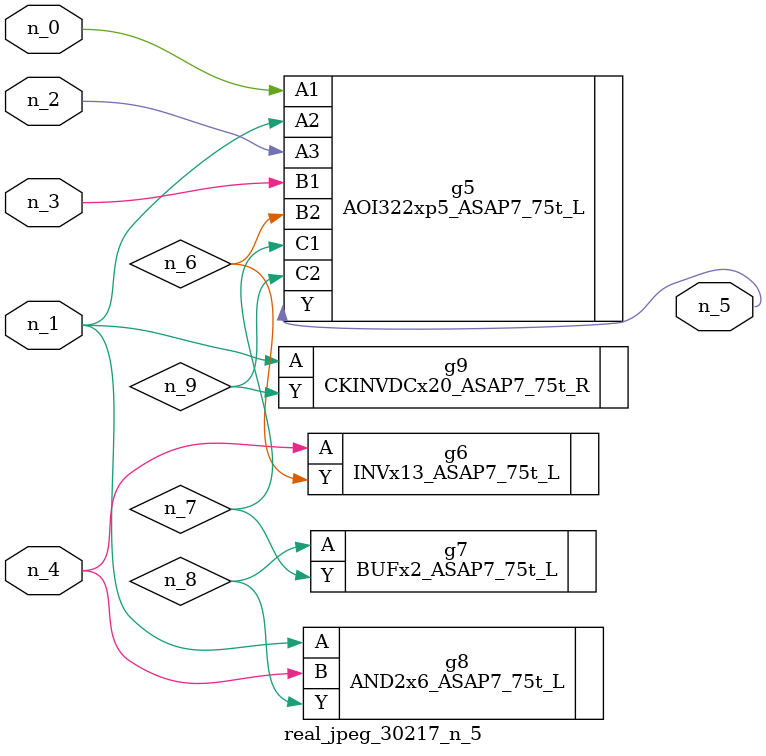
<source format=v>
module real_jpeg_30217_n_5 (n_4, n_0, n_1, n_2, n_3, n_5);

input n_4;
input n_0;
input n_1;
input n_2;
input n_3;

output n_5;

wire n_8;
wire n_6;
wire n_7;
wire n_9;

AOI322xp5_ASAP7_75t_L g5 ( 
.A1(n_0),
.A2(n_1),
.A3(n_2),
.B1(n_3),
.B2(n_6),
.C1(n_7),
.C2(n_9),
.Y(n_5)
);

AND2x6_ASAP7_75t_L g8 ( 
.A(n_1),
.B(n_4),
.Y(n_8)
);

CKINVDCx20_ASAP7_75t_R g9 ( 
.A(n_1),
.Y(n_9)
);

INVx13_ASAP7_75t_L g6 ( 
.A(n_4),
.Y(n_6)
);

BUFx2_ASAP7_75t_L g7 ( 
.A(n_8),
.Y(n_7)
);


endmodule
</source>
